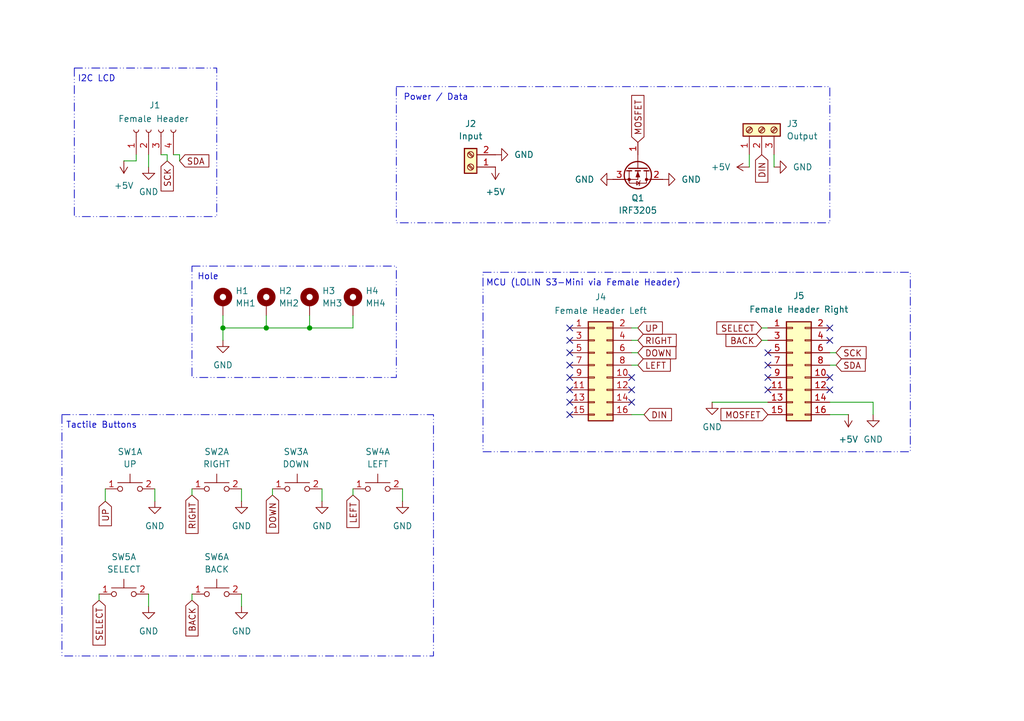
<source format=kicad_sch>
(kicad_sch (version 20231120) (generator "eeschema") (generator_version "8.0")
  (paper "A5")
  (title_block (title "System Control") (date "xx.xx.2024") (rev "MK1.1") (company "Peter Siegmund (mars3142)") (comment 1 "System Control Board for model railway"))
  (lib_symbols
    (symbol "Conn_02x08_Counter_Clockwise_1" (pin_names (offset 1.016) hide)
      (property "Reference" "J4" (at 1.27 13.97 0))
      (property "Value" "Female Header Left" (at 1.27 11.43 0))
      (symbol "Conn_02x08_Counter_Clockwise_1_1_1"
        (rectangle (start -2.54 -10.033) (end -1.27 -10.287) (stroke (width 0.1524)))
        (rectangle (start -2.54 -7.493) (end -1.27 -7.747) (stroke (width 0.1524)))
        (rectangle (start -2.54 -4.953) (end -1.27 -5.207) (stroke (width 0.1524)))
        (rectangle (start -2.54 -2.413) (end -1.27 -2.667) (stroke (width 0.1524)))
        (rectangle (start -2.54 0.127) (end -1.27 -0.127) (stroke (width 0.1524)))
        (rectangle (start -2.54 2.667) (end -1.27 2.413) (stroke (width 0.1524)))
        (rectangle (start -2.54 5.207) (end -1.27 4.953) (stroke (width 0.1524)))
        (rectangle (start -2.54 7.747) (end -1.27 7.493) (stroke (width 0.1524)))
        (rectangle (start -2.54 8.89) (end 2.54 -11.43) (stroke (width 0.254)) (fill (type background)))
        (rectangle (start 2.54 -10.033) (end 1.27 -10.287) (stroke (width 0.1524)))
        (rectangle (start 2.54 -7.493) (end 1.27 -7.747) (stroke (width 0.1524)))
        (rectangle (start 2.54 -4.953) (end 1.27 -5.207) (stroke (width 0.1524)))
        (rectangle (start 2.54 -2.413) (end 1.27 -2.667) (stroke (width 0.1524)))
        (rectangle (start 2.54 0.127) (end 1.27 -0.127) (stroke (width 0.1524)))
        (rectangle (start 2.54 2.667) (end 1.27 2.413) (stroke (width 0.1524)))
        (rectangle (start 2.54 5.207) (end 1.27 4.953) (stroke (width 0.1524)))
        (rectangle (start 2.54 7.747) (end 1.27 7.493) (stroke (width 0.1524)))
        (pin passive line (at -6.35 7.62 0) (length 3.81) (name "EN") (number "1"))
        (pin passive line (at 6.35 -2.54 180) (length 3.81) (name "GPIO7") (number "10"))
        (pin passive line (at -6.35 -5.08 0) (length 3.81) (name "GPIO11") (number "11"))
        (pin passive line (at 6.35 -5.08 180) (length 3.81) (name "GPIO8") (number "12"))
        (pin passive line (at -6.35 -7.62 0) (length 3.81) (name "GPIO10") (number "13"))
        (pin passive line (at 6.35 -7.62 180) (length 3.81) (name "GPIO9") (number "14"))
        (pin passive line (at -6.35 -10.16 0) (length 3.81) (name "3V3") (number "15"))
        (pin passive line (at 6.35 -10.16 180) (length 3.81) (name "GPIO14") (number "16"))
        (pin passive line (at 6.35 7.62 180) (length 3.81) (name "GPIO1") (number "2"))
        (pin passive line (at -6.35 5.08 0) (length 3.81) (name "GPIO2") (number "3"))
        (pin passive line (at 6.35 5.08 180) (length 3.81) (name "GPIO4") (number "4"))
        (pin passive line (at -6.35 2.54 0) (length 3.81) (name "GPIO4") (number "5"))
        (pin passive line (at 6.35 2.54 180) (length 3.81) (name "GPIO5") (number "6"))
        (pin passive line (at -6.35 0 0) (length 3.81) (name "GPIO12") (number "7"))
        (pin passive line (at 6.35 0 180) (length 3.81) (name "GPIO6") (number "8"))
        (pin passive line (at -6.35 -2.54 0) (length 3.81) (name "GPIO13") (number "9"))
      )
    )
    (symbol "Connector:Conn_01x04_Socket" (pin_names (offset 1.016) hide)
      (property "Reference" "J" (at 0 5.08 0))
      (property "Value" "Conn_01x04_Socket" (at 0 -7.62 0))
      (symbol "Conn_01x04_Socket_1_1"
        (arc (start 0 -4.572) (mid -0.5058 -5.08) (end 0 -5.588) (stroke (width 0.1524)))
        (arc (start 0 -2.032) (mid -0.5058 -2.54) (end 0 -3.048) (stroke (width 0.1524)))
        (polyline (pts (xy -1.27 -5.08) (xy -0.508 -5.08)) (stroke (width 0.1524)))
        (polyline (pts (xy -1.27 -2.54) (xy -0.508 -2.54)) (stroke (width 0.1524)))
        (polyline (pts (xy -1.27 0) (xy -0.508 0)) (stroke (width 0.1524)))
        (polyline (pts (xy -1.27 2.54) (xy -0.508 2.54)) (stroke (width 0.1524)))
        (arc (start 0 0.508) (mid -0.5058 0) (end 0 -0.508) (stroke (width 0.1524)))
        (arc (start 0 3.048) (mid -0.5058 2.54) (end 0 2.032) (stroke (width 0.1524)))
        (pin passive line (at -5.08 2.54 0) (length 3.81) (name "Pin_1") (number "1"))
        (pin passive line (at -5.08 0 0) (length 3.81) (name "Pin_2") (number "2"))
        (pin passive line (at -5.08 -2.54 0) (length 3.81) (name "Pin_3") (number "3"))
        (pin passive line (at -5.08 -5.08 0) (length 3.81) (name "Pin_4") (number "4"))
      )
    )
    (symbol "Connector:Screw_Terminal_01x02" (pin_names (offset 1.016) hide)
      (property "Reference" "J" (at 0 2.54 0))
      (property "Value" "Screw_Terminal_01x02" (at 0 -5.08 0))
      (symbol "Screw_Terminal_01x02_1_1"
        (rectangle (start -1.27 1.27) (end 1.27 -3.81) (stroke (width 0.254)) (fill (type background)))
        (circle (center 0 -2.54) (radius 0.635) (stroke (width 0.1524)))
        (polyline (pts (xy -0.5334 -2.2098) (xy 0.3302 -3.048)) (stroke (width 0.1524)))
        (polyline (pts (xy -0.5334 0.3302) (xy 0.3302 -0.508)) (stroke (width 0.1524)))
        (polyline (pts (xy -0.3556 -2.032) (xy 0.508 -2.8702)) (stroke (width 0.1524)))
        (polyline (pts (xy -0.3556 0.508) (xy 0.508 -0.3302)) (stroke (width 0.1524)))
        (circle (center 0 0) (radius 0.635) (stroke (width 0.1524)))
        (pin passive line (at -5.08 0 0) (length 3.81) (name "Pin_1") (number "1"))
        (pin passive line (at -5.08 -2.54 0) (length 3.81) (name "Pin_2") (number "2"))
      )
    )
    (symbol "Connector:Screw_Terminal_01x03" (pin_names (offset 1.016) hide)
      (property "Reference" "J" (at 0 5.08 0))
      (property "Value" "Screw_Terminal_01x03" (at 0 -5.08 0))
      (symbol "Screw_Terminal_01x03_1_1"
        (rectangle (start -1.27 3.81) (end 1.27 -3.81) (stroke (width 0.254)) (fill (type background)))
        (circle (center 0 -2.54) (radius 0.635) (stroke (width 0.1524)))
        (polyline (pts (xy -0.5334 -2.2098) (xy 0.3302 -3.048)) (stroke (width 0.1524)))
        (polyline (pts (xy -0.5334 0.3302) (xy 0.3302 -0.508)) (stroke (width 0.1524)))
        (polyline (pts (xy -0.5334 2.8702) (xy 0.3302 2.032)) (stroke (width 0.1524)))
        (polyline (pts (xy -0.3556 -2.032) (xy 0.508 -2.8702)) (stroke (width 0.1524)))
        (polyline (pts (xy -0.3556 0.508) (xy 0.508 -0.3302)) (stroke (width 0.1524)))
        (polyline (pts (xy -0.3556 3.048) (xy 0.508 2.2098)) (stroke (width 0.1524)))
        (circle (center 0 0) (radius 0.635) (stroke (width 0.1524)))
        (circle (center 0 2.54) (radius 0.635) (stroke (width 0.1524)))
        (pin passive line (at -5.08 2.54 0) (length 3.81) (name "Pin_1") (number "1"))
        (pin passive line (at -5.08 0 0) (length 3.81) (name "Pin_2") (number "2"))
        (pin passive line (at -5.08 -2.54 0) (length 3.81) (name "Pin_3") (number "3"))
      )
    )
    (symbol "Connector_Generic:Conn_02x08_Counter_Clockwise" (pin_names (offset 1.016) hide)
      (property "Reference" "J5" (at 1.27 13.97 0))
      (property "Value" "Female Header Right" (at 1.27 11.43 0))
      (symbol "Conn_02x08_Counter_Clockwise_1_1"
        (rectangle (start -2.54 -10.033) (end -1.27 -10.287) (stroke (width 0.1524)))
        (rectangle (start -2.54 -7.493) (end -1.27 -7.747) (stroke (width 0.1524)))
        (rectangle (start -2.54 -4.953) (end -1.27 -5.207) (stroke (width 0.1524)))
        (rectangle (start -2.54 -2.413) (end -1.27 -2.667) (stroke (width 0.1524)))
        (rectangle (start -2.54 0.127) (end -1.27 -0.127) (stroke (width 0.1524)))
        (rectangle (start -2.54 2.667) (end -1.27 2.413) (stroke (width 0.1524)))
        (rectangle (start -2.54 5.207) (end -1.27 4.953) (stroke (width 0.1524)))
        (rectangle (start -2.54 7.747) (end -1.27 7.493) (stroke (width 0.1524)))
        (rectangle (start -2.54 8.89) (end 2.54 -11.43) (stroke (width 0.254)) (fill (type background)))
        (rectangle (start 2.54 -10.033) (end 1.27 -10.287) (stroke (width 0.1524)))
        (rectangle (start 2.54 -7.493) (end 1.27 -7.747) (stroke (width 0.1524)))
        (rectangle (start 2.54 -4.953) (end 1.27 -5.207) (stroke (width 0.1524)))
        (rectangle (start 2.54 -2.413) (end 1.27 -2.667) (stroke (width 0.1524)))
        (rectangle (start 2.54 0.127) (end 1.27 -0.127) (stroke (width 0.1524)))
        (rectangle (start 2.54 2.667) (end 1.27 2.413) (stroke (width 0.1524)))
        (rectangle (start 2.54 5.207) (end 1.27 4.953) (stroke (width 0.1524)))
        (rectangle (start 2.54 7.747) (end 1.27 7.493) (stroke (width 0.1524)))
        (pin passive line (at -6.35 7.62 0) (length 3.81) (name "GPIO33") (number "1"))
        (pin passive line (at 6.35 -2.54 180) (length 3.81) (name "GPIO18") (number "10"))
        (pin passive line (at -6.35 -5.08 0) (length 3.81) (name "GPIO17") (number "11"))
        (pin passive line (at 6.35 -5.08 180) (length 3.81) (name "GPIO16") (number "12"))
        (pin passive line (at -6.35 -7.62 0) (length 3.81) (name "GND") (number "13"))
        (pin passive line (at 6.35 -7.62 180) (length 3.81) (name "GND") (number "14"))
        (pin passive line (at -6.35 -10.16 0) (length 3.81) (name "GPIO15") (number "15"))
        (pin passive line (at 6.35 -10.16 180) (length 3.81) (name "VBUS") (number "16"))
        (pin passive line (at 6.35 7.62 180) (length 3.81) (name "GPIO43") (number "2"))
        (pin passive line (at -6.35 5.08 0) (length 3.81) (name "GPIO37") (number "3"))
        (pin passive line (at 6.35 5.08 180) (length 3.81) (name "GPIO44") (number "4"))
        (pin passive line (at -6.35 2.54 0) (length 3.81) (name "GPIO38") (number "5"))
        (pin passive line (at 6.35 2.54 180) (length 3.81) (name "GPIO36") (number "6"))
        (pin passive line (at -6.35 0 0) (length 3.81) (name "GPIO34") (number "7"))
        (pin passive line (at 6.35 0 180) (length 3.81) (name "GPIO35") (number "8"))
        (pin passive line (at -6.35 -2.54 0) (length 3.81) (name "GPIO21") (number "9"))
      )
    )
    (symbol "Mechanical:MountingHole_Pad" (pin_numbers hide) (pin_names (offset 1.016) hide) (exclude_from_sim yes) (in_bom no)
      (property "Reference" "H" (at 0 6.35 0))
      (property "Value" "MountingHole_Pad" (at 0 4.445 0))
      (symbol "MountingHole_Pad_0_1"
        (circle (center 0 1.27) (radius 1.27) (stroke (width 1.27)))
      )
      (symbol "MountingHole_Pad_1_1"
        (pin input line (at 0 -2.54 90) (length 2.54) (name "1") (number "1"))
      )
    )
    (symbol "SW_Push_Dual_x2_1" (pin_names (offset 1.016) hide)
      (property "Reference" "SW" (at 1.27 2.54 0))
      (property "Value" "SW_Push_Dual_x2" (at 0 -1.524 0))
      (symbol "SW_Push_Dual_x2_1_0_1"
        (circle (center -2.032 0) (radius 0.508))
        (polyline (pts (xy 0 1.27) (xy 0 3.048)))
        (polyline (pts (xy 2.54 1.27) (xy -2.54 1.27)))
        (circle (center 2.032 0) (radius 0.508))
      )
      (symbol "SW_Push_Dual_x2_1_1_1"
        (pin passive line (at -5.08 0 0) (length 2.54) (name "C") (number "1"))
        (pin passive line (at 5.08 0 180) (length 2.54) (name "D") (number "2"))
      )
      (symbol "SW_Push_Dual_x2_1_2_1"
        (pin passive line (at -5.08 0 0) (length 2.54) (name "C") (number "3"))
        (pin passive line (at 5.08 0 180) (length 2.54) (name "D") (number "4"))
      )
    )
    (symbol "SW_Push_Dual_x2_2" (pin_names (offset 1.016) hide)
      (property "Reference" "SW" (at 1.27 2.54 0))
      (property "Value" "SW_Push_Dual_x2" (at 0 -1.524 0))
      (symbol "SW_Push_Dual_x2_2_0_1"
        (circle (center -2.032 0) (radius 0.508))
        (polyline (pts (xy 0 1.27) (xy 0 3.048)))
        (polyline (pts (xy 2.54 1.27) (xy -2.54 1.27)))
        (circle (center 2.032 0) (radius 0.508))
      )
      (symbol "SW_Push_Dual_x2_2_1_1"
        (pin passive line (at -5.08 0 0) (length 2.54) (name "C") (number "1"))
        (pin passive line (at 5.08 0 180) (length 2.54) (name "D") (number "2"))
      )
      (symbol "SW_Push_Dual_x2_2_2_1"
        (pin passive line (at -5.08 0 0) (length 2.54) (name "C") (number "3"))
        (pin passive line (at 5.08 0 180) (length 2.54) (name "D") (number "4"))
      )
    )
    (symbol "Switch:SW_Push_Dual_x2" (pin_names (offset 1.016) hide)
      (property "Reference" "SW" (at 1.27 2.54 0))
      (property "Value" "SW_Push_Dual_x2" (at 0 -1.524 0))
      (symbol "SW_Push_Dual_x2_0_1"
        (circle (center -2.032 0) (radius 0.508))
        (polyline (pts (xy 0 1.27) (xy 0 3.048)))
        (polyline (pts (xy 2.54 1.27) (xy -2.54 1.27)))
        (circle (center 2.032 0) (radius 0.508))
      )
      (symbol "SW_Push_Dual_x2_1_1"
        (pin passive line (at -5.08 0 0) (length 2.54) (name "C") (number "1"))
        (pin passive line (at 5.08 0 180) (length 2.54) (name "D") (number "2"))
      )
      (symbol "SW_Push_Dual_x2_2_1"
        (pin passive line (at -5.08 0 0) (length 2.54) (name "C") (number "3"))
        (pin passive line (at 5.08 0 180) (length 2.54) (name "D") (number "4"))
      )
    )
    (symbol "Transistor_FET:IRF3205" (pin_names hide)
      (property "Reference" "Q" (at 5.08 1.905 0))
      (property "Value" "IRF3205" (at 5.08 0 0))
      (symbol "IRF3205_0_1"
        (polyline (pts (xy 0.254 0) (xy -2.54 0)))
        (polyline (pts (xy 0.254 1.905) (xy 0.254 -1.905)) (stroke (width 0.254)))
        (polyline (pts (xy 0.762 -1.27) (xy 0.762 -2.286)) (stroke (width 0.254)))
        (polyline (pts (xy 0.762 0.508) (xy 0.762 -0.508)) (stroke (width 0.254)))
        (polyline (pts (xy 0.762 2.286) (xy 0.762 1.27)) (stroke (width 0.254)))
        (polyline (pts (xy 2.54 2.54) (xy 2.54 1.778)))
        (polyline (pts (xy 2.54 -2.54) (xy 2.54 0) (xy 0.762 0)))
        (polyline (pts (xy 0.762 -1.778) (xy 3.302 -1.778) (xy 3.302 1.778) (xy 0.762 1.778)))
        (polyline (pts (xy 1.016 0) (xy 2.032 0.381) (xy 2.032 -0.381) (xy 1.016 0)) (fill (type outline)))
        (polyline (pts (xy 2.794 0.508) (xy 2.921 0.381) (xy 3.683 0.381) (xy 3.81 0.254)))
        (polyline (pts (xy 3.302 0.381) (xy 2.921 -0.254) (xy 3.683 -0.254) (xy 3.302 0.381)))
        (circle (center 1.651 0) (radius 2.794) (stroke (width 0.254)))
        (circle (center 2.54 -1.778) (radius 0.254) (fill (type outline)))
        (circle (center 2.54 1.778) (radius 0.254) (fill (type outline)))
      )
      (symbol "IRF3205_1_1"
        (pin input line (at -5.08 0 0) (length 2.54) (name "G") (number "1"))
        (pin passive line (at 2.54 5.08 270) (length 2.54) (name "D") (number "2"))
        (pin passive line (at 2.54 -5.08 90) (length 2.54) (name "S") (number "3"))
      )
    )
    (symbol "power:+5V" (power) (pin_numbers hide) (pin_names (offset 0) hide)
      (property "Value" "+5V" (at 0 3.556 0))
      (symbol "+5V_0_1"
        (polyline (pts (xy -0.762 1.27) (xy 0 2.54)))
        (polyline (pts (xy 0 0) (xy 0 2.54)))
        (polyline (pts (xy 0 2.54) (xy 0.762 1.27)))
      )
      (symbol "+5V_1_1"
        (pin power_in line (at 0 0 90) (length 0) (name "~") (number "1"))
      )
    )
    (symbol "power:GND" (power) (pin_numbers hide) (pin_names (offset 0) hide)
      (property "Value" "GND" (at 0 -3.81 0))
      (symbol "GND_0_1"
        (polyline (pts (xy 0 0) (xy 0 -1.27) (xy 1.27 -1.27) (xy 0 -2.54) (xy -1.27 -1.27) (xy 0 -1.27)))
      )
      (symbol "GND_1_1"
        (pin power_in line (at 0 0 270) (length 0) (name "~") (number "1"))
      )
    )
  )
  (junction (at 45.72 67.31))
  (junction (at 63.5 67.31))
  (junction (at 54.61 67.31))
  (no_connect (at 116.84 80.01))
  (no_connect (at 116.84 85.09))
  (no_connect (at 157.48 80.01))
  (no_connect (at 170.18 67.31))
  (no_connect (at 170.18 80.01))
  (no_connect (at 116.84 82.55))
  (no_connect (at 157.48 74.93))
  (no_connect (at 157.48 72.39))
  (no_connect (at 116.84 72.39))
  (no_connect (at 116.84 77.47))
  (no_connect (at 116.84 69.85))
  (no_connect (at 170.18 69.85))
  (no_connect (at 116.84 67.31))
  (no_connect (at 129.54 82.55))
  (no_connect (at 129.54 80.01))
  (no_connect (at 116.84 74.93))
  (no_connect (at 157.48 77.47))
  (no_connect (at 170.18 77.47))
  (no_connect (at 129.54 77.47))
  (wire (pts (xy 171.45 72.39) (xy 170.18 72.39)))
  (wire (pts (xy 54.61 67.31) (xy 63.5 67.31)))
  (wire (pts (xy 25.4 33.02) (xy 27.94 33.02)))
  (wire (pts (xy 33.02 31.75) (xy 34.29 31.75)))
  (wire (pts (xy 171.45 74.93) (xy 170.18 74.93)))
  (wire (pts (xy 156.21 67.31) (xy 157.48 67.31)))
  (wire (pts (xy 130.81 72.39) (xy 129.54 72.39)))
  (wire (pts (xy 36.83 31.75) (xy 36.83 33.02)))
  (wire (pts (xy 130.81 67.31) (xy 129.54 67.31)))
  (wire (pts (xy 153.67 31.75) (xy 153.67 34.29)))
  (wire (pts (xy 30.48 124.46) (xy 30.48 121.92)))
  (wire (pts (xy 54.61 64.77) (xy 54.61 67.31)))
  (wire (pts (xy 20.32 123.19) (xy 20.32 121.92)))
  (wire (pts (xy 21.59 102.87) (xy 21.59 100.33)))
  (wire (pts (xy 130.81 69.85) (xy 129.54 69.85)))
  (wire (pts (xy 63.5 64.77) (xy 63.5 67.31)))
  (wire (pts (xy 146.05 82.55) (xy 157.48 82.55)))
  (wire (pts (xy 72.39 101.6) (xy 72.39 100.33)))
  (wire (pts (xy 45.72 67.31) (xy 54.61 67.31)))
  (wire (pts (xy 55.88 101.6) (xy 55.88 100.33)))
  (wire (pts (xy 129.54 74.93) (xy 130.81 74.93)))
  (wire (pts (xy 39.37 123.19) (xy 39.37 121.92)))
  (wire (pts (xy 179.07 85.09) (xy 179.07 82.55)))
  (wire (pts (xy 72.39 64.77) (xy 72.39 67.31)))
  (wire (pts (xy 179.07 82.55) (xy 170.18 82.55)))
  (wire (pts (xy 158.75 31.75) (xy 158.75 34.29)))
  (wire (pts (xy 27.94 31.75) (xy 27.94 33.02)))
  (wire (pts (xy 132.08 85.09) (xy 129.54 85.09)))
  (wire (pts (xy 173.99 85.09) (xy 170.18 85.09)))
  (wire (pts (xy 49.53 124.46) (xy 49.53 121.92)))
  (wire (pts (xy 45.72 64.77) (xy 45.72 67.31)))
  (wire (pts (xy 156.21 69.85) (xy 157.48 69.85)))
  (wire (pts (xy 31.75 102.87) (xy 31.75 100.33)))
  (wire (pts (xy 45.72 67.31) (xy 45.72 69.85)))
  (wire (pts (xy 34.29 31.75) (xy 34.29 33.02)))
  (wire (pts (xy 66.04 102.87) (xy 66.04 100.33)))
  (wire (pts (xy 35.56 31.75) (xy 36.83 31.75)))
  (wire (pts (xy 63.5 67.31) (xy 72.39 67.31)))
  (wire (pts (xy 39.37 101.6) (xy 39.37 100.33)))
  (wire (pts (xy 82.55 102.87) (xy 82.55 100.33)))
  (wire (pts (xy 49.53 102.87) (xy 49.53 100.33)))
  (wire (pts (xy 30.48 31.75) (xy 30.48 34.29)))
  (rectangle (start 12.7 85.09) (end 88.9 134.62) (stroke (width 0) (type dash_dot_dot)))
  (rectangle (start 81.28 17.78) (end 170.18 45.72) (stroke (width 0) (type dash_dot_dot)))
  (rectangle (start 99.06 55.88) (end 186.69 92.71) (stroke (width 0) (type dash_dot_dot)))
  (rectangle (start 15.24 13.97) (end 44.45 44.45) (stroke (width 0) (type dash_dot_dot)))
  (rectangle (start 39.37 54.61) (end 81.28 77.47) (stroke (width 0) (type dash_dot_dot)))
  (text "MCU (LOLIN S3-Mini via Female Header)" (at 119.634 58.166 0) (effects (font (size 1.27 1.27))))
  (text "Hole" (at 42.672 56.896 0) (effects (font (size 1.27 1.27))))
  (text "Power / Data" (at 89.408 20.066 0) (effects (font (size 1.27 1.27))))
  (text "Tactile Buttons" (at 20.828 87.376 0) (effects (font (size 1.27 1.27))))
  (text "I2C LCD" (at 19.812 16.256 0) (effects (font (size 1.27 1.27))))
  (global_label "UP" (shape input) (at 130.81 67.31 0) (property "Intersheetrefs" "${INTERSHEET_REFS}" (effects (hide yes))))
  (global_label "SDA" (shape input) (at 36.83 33.02 0) (property "Intersheetrefs" "${INTERSHEET_REFS}" (effects (hide yes))))
  (global_label "SCK" (shape input) (at 34.29 33.02 270) (property "Intersheetrefs" "${INTERSHEET_REFS}" (effects (hide yes))))
  (global_label "LEFT" (shape input) (at 72.39 101.6 270) (property "Intersheetrefs" "${INTERSHEET_REFS}" (effects (hide yes))))
  (global_label "DIN" (shape input) (at 156.21 31.75 270) (property "Intersheetrefs" "${INTERSHEET_REFS}" (effects (hide yes))))
  (global_label "MOSFET" (shape input) (at 130.81 29.21 90) (property "Intersheetrefs" "${INTERSHEET_REFS}" (effects (hide yes))))
  (global_label "SELECT" (shape input) (at 156.21 67.31 180) (property "Intersheetrefs" "${INTERSHEET_REFS}" (effects (hide yes))))
  (global_label "UP" (shape input) (at 21.59 102.87 270) (property "Intersheetrefs" "${INTERSHEET_REFS}" (effects (hide yes))))
  (global_label "DIN" (shape input) (at 132.08 85.09 0) (property "Intersheetrefs" "${INTERSHEET_REFS}" (effects (hide yes))))
  (global_label "BACK" (shape input) (at 39.37 123.19 270) (property "Intersheetrefs" "${INTERSHEET_REFS}" (effects (hide yes))))
  (global_label "DOWN" (shape input) (at 130.81 72.39 0) (property "Intersheetrefs" "${INTERSHEET_REFS}" (effects (hide yes))))
  (global_label "LEFT" (shape input) (at 130.81 74.93 0) (property "Intersheetrefs" "${INTERSHEET_REFS}" (effects (hide yes))))
  (global_label "SELECT" (shape input) (at 20.32 123.19 270) (property "Intersheetrefs" "${INTERSHEET_REFS}" (effects (hide yes))))
  (global_label "SCK" (shape input) (at 171.45 72.39 0) (property "Intersheetrefs" "${INTERSHEET_REFS}" (effects (hide yes))))
  (global_label "DOWN" (shape input) (at 55.88 101.6 270) (property "Intersheetrefs" "${INTERSHEET_REFS}" (effects (hide yes))))
  (global_label "RIGHT" (shape input) (at 39.37 101.6 270) (property "Intersheetrefs" "${INTERSHEET_REFS}" (effects (hide yes))))
  (global_label "SDA" (shape input) (at 171.45 74.93 0) (property "Intersheetrefs" "${INTERSHEET_REFS}" (effects (hide yes))))
  (global_label "MOSFET" (shape input) (at 157.48 85.09 180) (property "Intersheetrefs" "${INTERSHEET_REFS}" (effects (hide yes))))
  (global_label "BACK" (shape input) (at 156.21 69.85 180) (property "Intersheetrefs" "${INTERSHEET_REFS}" (effects (hide yes))))
  (global_label "RIGHT" (shape input) (at 130.81 69.85 0) (property "Intersheetrefs" "${INTERSHEET_REFS}" (effects (hide yes))))
  (symbol (lib_id "Switch:SW_Push_Dual_x2") (at 25.4 121.92 0) (unit 1)
    (property "Reference" "SW5" (at 25.4 114.3 0))
    (property "Value" "SELECT" (at 25.4 116.84 0))
    (property "Footprint" "Button_Switch_THT:SW_PUSH_6mm_H4.3mm" (effects (hide yes)))
    (property "Description" "Push button switch, generic, separate symbols, four pins" (effects (hide yes)))
    (property "LCSC" "C83205" (effects (hide yes)))
  )
  (symbol (lib_id "Mechanical:MountingHole_Pad") (at 72.39 62.23 0) (unit 1) (exclude_from_sim yes) (in_bom no)
    (property "Reference" "H4" (at 74.93 59.6899 0) (effects (justify left)))
    (property "Value" "MH4" (at 74.93 62.2299 0) (effects (justify left)))
    (property "Footprint" "MountingHole:MountingHole_2.2mm_M2_Pad_Via" (effects (hide yes)))
    (property "Description" "Mounting Hole with connection" (effects (hide yes)))
  )
  (symbol (lib_id "Mechanical:MountingHole_Pad") (at 54.61 62.23 0) (unit 1) (exclude_from_sim yes) (in_bom no)
    (property "Reference" "H2" (at 57.15 59.6899 0) (effects (justify left)))
    (property "Value" "MH2" (at 57.15 62.2299 0) (effects (justify left)))
    (property "Footprint" "MountingHole:MountingHole_2.2mm_M2_Pad_Via" (effects (hide yes)))
    (property "Description" "Mounting Hole with connection" (effects (hide yes)))
  )
  (symbol (lib_id "power:+5V") (at 25.4 33.02 180) (unit 1)
    (property "Reference" "#PWR014" (effects (hide yes)))
    (property "Value" "+5V" (at 25.4 38.1 0))
    (property "Description" "Power symbol creates a global label with name \"+5V\"" (effects (hide yes)))
  )
  (symbol (lib_id "Switch:SW_Push_Dual_x2") (at 60.96 100.33 0) (unit 1)
    (property "Reference" "SW3" (at 60.706 92.71 0))
    (property "Value" "DOWN" (at 60.706 95.25 0))
    (property "Footprint" "Button_Switch_THT:SW_PUSH_6mm_H4.3mm" (effects (hide yes)))
    (property "Description" "Push button switch, generic, separate symbols, four pins" (effects (hide yes)))
    (property "LCSC" "C83205" (effects (hide yes)))
  )
  (symbol (lib_id "power:GND") (at 66.04 102.87 0) (unit 1)
    (property "Reference" "#PWR010" (effects (hide yes)))
    (property "Value" "GND" (at 66.04 107.95 0))
    (property "Description" "Power symbol creates a global label with name \"GND\" , ground" (effects (hide yes)))
  )
  (symbol (lib_id "power:GND") (at 125.73 36.83 270) (unit 1)
    (property "Reference" "#PWR017" (effects (hide yes)))
    (property "Value" "GND" (at 121.92 36.8299 90) (effects (justify right)))
    (property "Description" "Power symbol creates a global label with name \"GND\" , ground" (effects (hide yes)))
  )
  (symbol (lib_name "SW_Push_Dual_x2_2") (lib_id "Switch:SW_Push_Dual_x2") (at 26.67 100.33 0) (unit 1)
    (property "Reference" "SW1" (at 26.67 92.71 0))
    (property "Value" "UP" (at 26.67 95.25 0))
    (property "Footprint" "Button_Switch_THT:SW_PUSH_6mm_H4.3mm" (effects (hide yes)))
    (property "Description" "Push button switch, generic, separate symbols, four pins" (effects (hide yes)))
    (property "LCSC" "C83205" (effects (hide yes)))
  )
  (symbol (lib_id "Connector:Screw_Terminal_01x03") (at 156.21 26.67 90) (unit 1)
    (property "Reference" "J3" (at 161.29 25.3999 90) (effects (justify right)))
    (property "Value" "Output" (at 161.29 27.9399 90) (effects (justify right)))
    (property "Footprint" "TerminalBlock_Phoenix:TerminalBlock_Phoenix_MKDS-1,5-3_1x03_P5.00mm_Horizontal" (effects (hide yes)))
    (property "Description" "Generic screw terminal, single row, 01x03, script generated (kicad-library-utils/schlib/autogen/connector/)" (effects (hide yes)))
    (property "LCSC" "C5188435" (effects (hide yes)))
  )
  (symbol (lib_id "power:GND") (at 158.75 34.29 90) (unit 1)
    (property "Reference" "#PWR06" (effects (hide yes)))
    (property "Value" "GND" (at 162.56 34.29 90) (effects (justify right)))
    (property "Description" "Power symbol creates a global label with name \"GND\" , ground" (effects (hide yes)))
  )
  (symbol (lib_id "power:+5V") (at 101.6 34.29 180) (unit 1)
    (property "Reference" "#PWR015" (effects (hide yes)))
    (property "Value" "+5V" (at 101.6 39.37 0))
    (property "Description" "Power symbol creates a global label with name \"+5V\"" (effects (hide yes)))
  )
  (symbol (lib_id "power:GND") (at 45.72 69.85 0) (unit 1)
    (property "Reference" "#PWR07" (effects (hide yes)))
    (property "Value" "GND" (at 45.72 74.93 0))
    (property "Description" "Power symbol creates a global label with name \"GND\" , ground" (effects (hide yes)))
  )
  (symbol (lib_id "power:GND") (at 31.75 102.87 0) (unit 1)
    (property "Reference" "#PWR08" (effects (hide yes)))
    (property "Value" "GND" (at 31.75 107.95 0))
    (property "Description" "Power symbol creates a global label with name \"GND\" , ground" (effects (hide yes)))
  )
  (symbol (lib_id "power:GND") (at 179.07 85.09 0) (unit 1)
    (property "Reference" "#PWR01" (effects (hide yes)))
    (property "Value" "GND" (at 179.07 90.17 0))
    (property "Description" "Power symbol creates a global label with name \"GND\" , ground" (effects (hide yes)))
  )
  (symbol (lib_id "power:GND") (at 30.48 34.29 0) (unit 1)
    (property "Reference" "#PWR02" (effects (hide yes)))
    (property "Value" "GND" (at 30.48 39.37 0))
    (property "Description" "Power symbol creates a global label with name \"GND\" , ground" (effects (hide yes)))
  )
  (symbol (lib_name "SW_Push_Dual_x2_1") (lib_id "Switch:SW_Push_Dual_x2") (at 44.45 100.33 0) (unit 1)
    (property "Reference" "SW2" (at 44.45 92.71 0))
    (property "Value" "RIGHT" (at 44.45 95.25 0))
    (property "Footprint" "Button_Switch_THT:SW_PUSH_6mm_H4.3mm" (effects (hide yes)))
    (property "Description" "Push button switch, generic, separate symbols, four pins" (effects (hide yes)))
    (property "LCSC" "C83205" (effects (hide yes)))
  )
  (symbol (lib_name "Conn_02x08_Counter_Clockwise_1") (lib_id "Connector_Generic:Conn_02x08_Counter_Clockwise") (at 123.19 74.93 0) (unit 1)
    (property "Reference" "J4" (at 123.19 60.96 0))
    (property "Value" "Female Header Left" (at 123.19 63.754 0))
    (property "Footprint" "Connector_PinSocket_2.54mm:PinSocket_2x08_P2.54mm_Vertical" (effects (hide yes)))
    (property "Description" "Generic connector, double row, 02x08, counter clockwise pin numbering scheme (similar to DIP package numbering), script generated (kicad-library-utils/schlib/autogen/connector/)" (effects (hide yes)))
    (property "LCSC" "C18722935" (effects (hide yes)))
  )
  (symbol (lib_id "power:+5V") (at 173.99 85.09 180) (unit 1)
    (property "Reference" "#PWR05" (effects (hide yes)))
    (property "Value" "+5V" (at 173.99 90.17 0))
    (property "Description" "Power symbol creates a global label with name \"+5V\"" (effects (hide yes)))
  )
  (symbol (lib_id "power:GND") (at 30.48 124.46 0) (unit 1)
    (property "Reference" "#PWR012" (effects (hide yes)))
    (property "Value" "GND" (at 30.48 129.54 0))
    (property "Description" "Power symbol creates a global label with name \"GND\" , ground" (effects (hide yes)))
  )
  (symbol (lib_id "power:GND") (at 101.6 31.75 90) (unit 1)
    (property "Reference" "#PWR04" (effects (hide yes)))
    (property "Value" "GND" (at 105.41 31.7499 90) (effects (justify right)))
    (property "Description" "Power symbol creates a global label with name \"GND\" , ground" (effects (hide yes)))
  )
  (symbol (lib_id "Mechanical:MountingHole_Pad") (at 63.5 62.23 0) (unit 1) (exclude_from_sim yes) (in_bom no)
    (property "Reference" "H3" (at 66.04 59.6899 0) (effects (justify left)))
    (property "Value" "MH3" (at 66.04 62.2299 0) (effects (justify left)))
    (property "Footprint" "MountingHole:MountingHole_2.2mm_M2_Pad_Via" (effects (hide yes)))
    (property "Description" "Mounting Hole with connection" (effects (hide yes)))
  )
  (symbol (lib_id "power:GND") (at 135.89 36.83 90) (unit 1)
    (property "Reference" "#PWR018" (effects (hide yes)))
    (property "Value" "GND" (at 139.7 36.8299 90) (effects (justify right)))
    (property "Description" "Power symbol creates a global label with name \"GND\" , ground" (effects (hide yes)))
  )
  (symbol (lib_id "power:GND") (at 82.55 102.87 0) (unit 1)
    (property "Reference" "#PWR011" (effects (hide yes)))
    (property "Value" "GND" (at 82.55 107.95 0))
    (property "Description" "Power symbol creates a global label with name \"GND\" , ground" (effects (hide yes)))
  )
  (symbol (lib_id "Connector:Screw_Terminal_01x02") (at 96.52 34.29 180) (unit 1)
    (property "Reference" "J2" (at 96.52 25.4 0))
    (property "Value" "Input" (at 96.52 27.94 0))
    (property "Footprint" "TerminalBlock_Phoenix:TerminalBlock_Phoenix_MKDS-1,5-2_1x02_P5.00mm_Horizontal" (effects (hide yes)))
    (property "Description" "Generic screw terminal, single row, 01x02, script generated (kicad-library-utils/schlib/autogen/connector/)" (effects (hide yes)))
    (property "LCSC" "C5188434" (effects (hide yes)))
  )
  (symbol (lib_id "Mechanical:MountingHole_Pad") (at 45.72 62.23 0) (unit 1) (exclude_from_sim yes) (in_bom no)
    (property "Reference" "H1" (at 48.26 59.6899 0) (effects (justify left)))
    (property "Value" "MH1" (at 48.26 62.2299 0) (effects (justify left)))
    (property "Footprint" "MountingHole:MountingHole_2.2mm_M2_Pad_Via" (effects (hide yes)))
    (property "Description" "Mounting Hole with connection" (effects (hide yes)))
  )
  (symbol (lib_id "power:+5V") (at 153.67 34.29 90) (unit 1)
    (property "Reference" "#PWR016" (effects (hide yes)))
    (property "Value" "+5V" (at 149.86 34.2899 90) (effects (justify left)))
    (property "Description" "Power symbol creates a global label with name \"+5V\"" (effects (hide yes)))
  )
  (symbol (lib_id "Connector_Generic:Conn_02x08_Counter_Clockwise") (at 163.83 74.93 0) (unit 1)
    (property "Reference" "J5" (at 163.83 60.706 0))
    (property "Value" "Female Header Right" (at 163.83 63.5 0))
    (property "Footprint" "Connector_PinSocket_2.54mm:PinSocket_2x08_P2.54mm_Vertical" (effects (hide yes)))
    (property "Description" "Generic connector, double row, 02x08, counter clockwise pin numbering scheme (similar to DIP package numbering), script generated (kicad-library-utils/schlib/autogen/connector/)" (effects (hide yes)))
    (property "LCSC" "C18722935" (effects (hide yes)))
  )
  (symbol (lib_id "power:GND") (at 146.05 82.55 0) (unit 1)
    (property "Reference" "#PWR03" (effects (hide yes)))
    (property "Value" "GND" (at 146.05 87.63 0))
    (property "Description" "Power symbol creates a global label with name \"GND\" , ground" (effects (hide yes)))
  )
  (symbol (lib_id "power:GND") (at 49.53 124.46 0) (unit 1)
    (property "Reference" "#PWR013" (effects (hide yes)))
    (property "Value" "GND" (at 49.53 129.54 0))
    (property "Description" "Power symbol creates a global label with name \"GND\" , ground" (effects (hide yes)))
  )
  (symbol (lib_id "Connector:Conn_01x04_Socket") (at 30.48 26.67 90) (unit 1)
    (property "Reference" "J1" (at 31.75 21.59 90))
    (property "Value" "Female Header" (at 31.496 24.384 90))
    (property "Footprint" "Connector_PinSocket_2.54mm:PinSocket_1x04_P2.54mm_Vertical" (effects (hide yes)))
    (property "Description" "Generic connector, single row, 01x04, script generated" (effects (hide yes)))
    (property "LCSC" "C5116530" (effects (hide yes)))
  )
  (symbol (lib_id "Transistor_FET:IRF3205") (at 130.81 34.29 270) (unit 1)
    (property "Reference" "Q1" (at 130.81 40.64 90))
    (property "Value" "IRF3205" (at 130.81 43.18 90))
    (property "Footprint" "Package_TO_SOT_THT:TO-220-3_Vertical" (effects (hide yes)))
    (property "Datasheet" "http://www.irf.com/product-info/datasheets/data/irf3205.pdf" (effects (hide yes)))
    (property "Description" "110A Id, 55V Vds, Single N-Channel HEXFET Power MOSFET, 8mOhm Ron, TO-220AB" (effects (hide yes)))
  )
  (symbol (lib_id "Switch:SW_Push_Dual_x2") (at 44.45 121.92 0) (unit 1)
    (property "Reference" "SW6" (at 44.45 114.3 0))
    (property "Value" "BACK" (at 44.45 116.84 0))
    (property "Footprint" "Button_Switch_THT:SW_PUSH_6mm_H4.3mm" (effects (hide yes)))
    (property "Description" "Push button switch, generic, separate symbols, four pins" (effects (hide yes)))
    (property "LCSC" "C83205" (effects (hide yes)))
  )
  (symbol (lib_id "power:GND") (at 49.53 102.87 0) (unit 1)
    (property "Reference" "#PWR09" (effects (hide yes)))
    (property "Value" "GND" (at 49.53 107.95 0))
    (property "Description" "Power symbol creates a global label with name \"GND\" , ground" (effects (hide yes)))
  )
  (symbol (lib_id "Switch:SW_Push_Dual_x2") (at 77.47 100.33 0) (unit 1)
    (property "Reference" "SW4" (at 77.47 92.71 0))
    (property "Value" "LEFT" (at 77.47 95.25 0))
    (property "Footprint" "Button_Switch_THT:SW_PUSH_6mm_H4.3mm" (effects (hide yes)))
    (property "Description" "Push button switch, generic, separate symbols, four pins" (effects (hide yes)))
    (property "LCSC" "C83205" (effects (hide yes)))
  )
)
</source>
